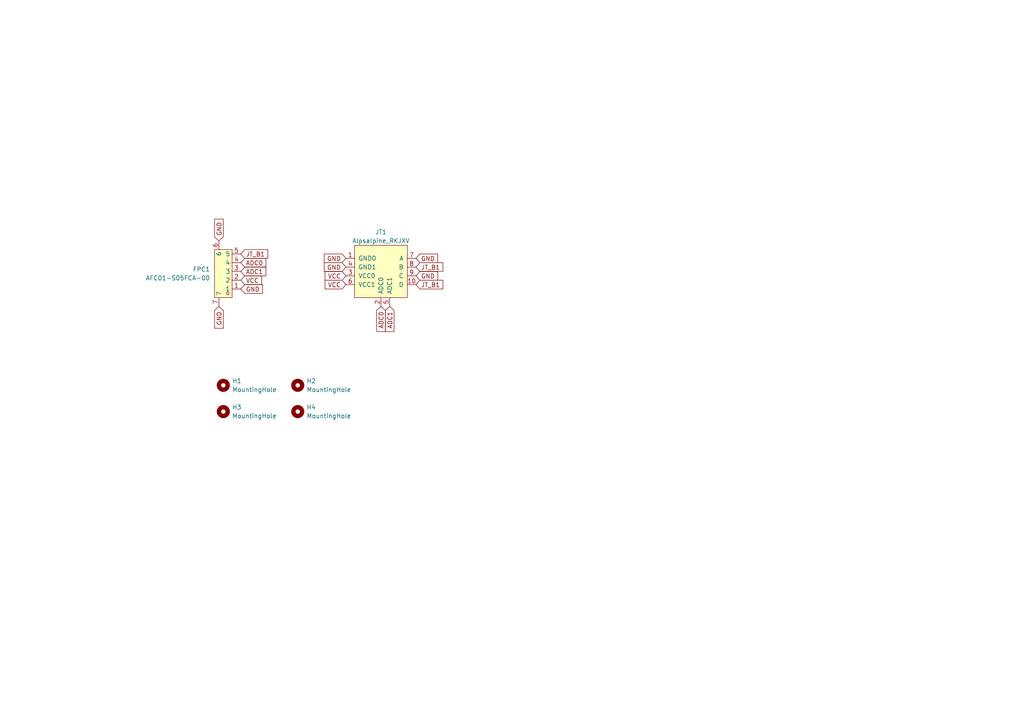
<source format=kicad_sch>
(kicad_sch (version 20250114) (generator "eeschema") (generator_version "9.0")
  (paper "A4")
  (lib_symbols
    (symbol "ErgoCai:AFC01-S05FCA-00"
      (property "Reference" "FPC" (at 0 15.24 0))
      (property "Value" "AFC01-S05FCA-00" (at 0 -13.97 0))
      (symbol "AFC01-S05FCA-00_0_1"
        (rectangle (start -1.27 7.62) (end 3.81 -6.35) (fill (type background)))
        (circle (center 0 6.35) (radius 0.38))
        (pin unspecified line (at -3.81 5.08 0) (length 2.54) (name "1") (number "1"))
        (pin unspecified line (at -3.81 2.54 0) (length 2.54) (name "2") (number "2"))
        (pin unspecified line (at -3.81 0 0) (length 2.54) (name "3") (number "3"))
        (pin unspecified line (at -3.81 -2.54 0) (length 2.54) (name "4") (number "4"))
        (pin unspecified line (at -3.81 -5.08 0) (length 2.54) (name "5") (number "5"))
        (pin unspecified line (at 2.54 10.16 270) (length 2.54) (name "7") (number "7"))
        (pin unspecified line (at 2.54 -8.89 90) (length 2.54) (name "6") (number "6"))
      )
    )
    (symbol "ILO_sym:Alpsalpine_RKJXV" (pin_names (offset 1.016))
      (property "Reference" "U" (at 0 11.43 0))
      (property "Value" "Alpsalpine_RKJXV" (at 0 8.89 0))
      (symbol "Alpsalpine_RKJXV_0_0"
        (rectangle (start -7.62 7.62) (end 7.62 -7.62) (fill (type background)))
      )
      (symbol "Alpsalpine_RKJXV_0_1"
        (polyline (pts (xy -10.16 1.27) (xy -10.16 1.27)))
        (polyline (pts (xy -8.89 -1.27) (xy -8.89 -1.27)))
      )
      (symbol "Alpsalpine_RKJXV_1_1"
        (pin input line (at -10.16 3.81 0) (length 2.54) (name "GND0") (number "1"))
        (pin input line (at -10.16 1.27 0) (length 2.54) (name "GND1") (number "4"))
        (pin input line (at -10.16 -1.27 0) (length 2.54) (name "VCC0") (number "3"))
        (pin input line (at -10.16 -3.81 0) (length 2.54) (name "VCC1") (number "6"))
        (pin output line (at 0 -10.16 90) (length 2.54) (name "ADC0") (number "2"))
        (pin output line (at 2.54 -10.16 90) (length 2.54) (name "ADC1") (number "5"))
        (pin input line (at 10.16 3.81 180) (length 2.54) (name "A") (number "7"))
        (pin input line (at 10.16 1.27 180) (length 2.54) (name "B") (number "8"))
        (pin input line (at 10.16 -1.27 180) (length 2.54) (name "C") (number "9"))
        (pin input line (at 10.16 -3.81 180) (length 2.54) (name "D") (number "10"))
      )
    )
    (symbol "Mechanical:MountingHole" (pin_names (offset 1.016)) (in_bom no)
      (property "Reference" "H" (at 0 5.08 0))
      (property "Value" "MountingHole" (at 0 3.175 0))
      (symbol "MountingHole_0_1"
        (circle (center 0 0) (radius 1.27) (stroke (width 1.27)))
      )
    )
  )
  (global_label "VCC" (shape input) (at 69.85 81.28 0) (property "Intersheetrefs" "${INTERSHEET_REFS}" (effects (hide yes))))
  (global_label "ADC1" (shape input) (at 113.03 88.9 270) (property "Intersheetrefs" "${INTERSHEET_REFS}" (effects (hide yes))))
  (global_label "GND" (shape input) (at 63.5 69.85 90) (property "Intersheetrefs" "${INTERSHEET_REFS}" (effects (hide yes))))
  (global_label "GND" (shape input) (at 69.85 83.82 0) (property "Intersheetrefs" "${INTERSHEET_REFS}" (effects (hide yes))))
  (global_label "ADC0" (shape input) (at 69.85 76.2 0) (property "Intersheetrefs" "${INTERSHEET_REFS}" (effects (hide yes))))
  (global_label "GND" (shape input) (at 120.65 74.93 0) (property "Intersheetrefs" "${INTERSHEET_REFS}" (effects (hide yes))))
  (global_label "VCC" (shape input) (at 100.33 80.01 180) (property "Intersheetrefs" "${INTERSHEET_REFS}" (effects (hide yes))))
  (global_label "JT_B1" (shape input) (at 69.85 73.66 0) (property "Intersheetrefs" "${INTERSHEET_REFS}" (effects (hide yes))))
  (global_label "VCC" (shape input) (at 100.33 82.55 180) (property "Intersheetrefs" "${INTERSHEET_REFS}" (effects (hide yes))))
  (global_label "ADC1" (shape input) (at 69.85 78.74 0) (property "Intersheetrefs" "${INTERSHEET_REFS}" (effects (hide yes))))
  (global_label "GND" (shape input) (at 120.65 80.01 0) (property "Intersheetrefs" "${INTERSHEET_REFS}" (effects (hide yes))))
  (global_label "GND" (shape input) (at 100.33 74.93 180) (property "Intersheetrefs" "${INTERSHEET_REFS}" (effects (hide yes))))
  (global_label "JT_B1" (shape input) (at 120.65 82.55 0) (property "Intersheetrefs" "${INTERSHEET_REFS}" (effects (hide yes))))
  (global_label "JT_B1" (shape input) (at 120.65 77.47 0) (property "Intersheetrefs" "${INTERSHEET_REFS}" (effects (hide yes))))
  (global_label "GND" (shape input) (at 63.5 88.9 270) (property "Intersheetrefs" "${INTERSHEET_REFS}" (effects (hide yes))))
  (global_label "ADC0" (shape input) (at 110.49 88.9 270) (property "Intersheetrefs" "${INTERSHEET_REFS}" (effects (hide yes))))
  (global_label "GND" (shape input) (at 100.33 77.47 180) (property "Intersheetrefs" "${INTERSHEET_REFS}" (effects (hide yes))))
  (symbol (lib_id "Mechanical:MountingHole") (at 64.77 111.76 0) (unit 1) (in_bom no)
    (property "Reference" "H1" (at 67.31 110.4899 0) (effects (justify left)))
    (property "Value" "MountingHole" (at 67.31 113.0299 0) (effects (justify left)))
    (property "Footprint" "MountingHole:MountingHole_2.2mm_M2_DIN965" (effects (hide yes)))
    (property "Description" "Mounting Hole without connection" (effects (hide yes)))
  )
  (symbol (lib_id "ILO_sym:Alpsalpine_RKJXV") (at 110.49 78.74 0) (unit 1)
    (property "Reference" "JT1" (at 110.49 67.31 0))
    (property "Value" "Alpsalpine_RKJXV" (at 110.49 69.85 0))
    (property "Footprint" "ErgoCai.pretty:Alpsalpine_RKJXV122400R" (effects (hide yes)))
    (property "Group" "Thumbstick" (effects (hide yes)))
    (property "LCSC" "C918854" (effects (hide yes)))
    (property "Mount" "TH" (effects (hide yes)))
    (property "Export" "yes" (effects (hide yes)))
  )
  (symbol (lib_id "Mechanical:MountingHole") (at 86.36 119.38 0) (unit 1) (in_bom no)
    (property "Reference" "H4" (at 88.9 118.1099 0) (effects (justify left)))
    (property "Value" "MountingHole" (at 88.9 120.6499 0) (effects (justify left)))
    (property "Footprint" "MountingHole:MountingHole_2.2mm_M2_DIN965" (effects (hide yes)))
    (property "Description" "Mounting Hole without connection" (effects (hide yes)))
  )
  (symbol (lib_id "Mechanical:MountingHole") (at 64.77 119.38 0) (unit 1) (in_bom no)
    (property "Reference" "H3" (at 67.31 118.1099 0) (effects (justify left)))
    (property "Value" "MountingHole" (at 67.31 120.6499 0) (effects (justify left)))
    (property "Footprint" "MountingHole:MountingHole_2.2mm_M2_DIN965" (effects (hide yes)))
    (property "Description" "Mounting Hole without connection" (effects (hide yes)))
  )
  (symbol (lib_id "ErgoCai:AFC01-S05FCA-00") (at 66.04 78.74 180) (unit 1)
    (property "Reference" "FPC1" (at 60.96 78.1049 0) (effects (justify left)))
    (property "Value" "AFC01-S05FCA-00" (at 60.96 80.6449 0) (effects (justify left)))
    (property "Footprint" "ErgoCai.pretty:FPC-SMD_AFC01-S05FCA-00" (effects (hide yes)))
    (property "Datasheet" "https://lcsc.com/product-detail/FFC-FPC-Connectors_JUSHUO-AFC01-S05FCA-00_C262654.html" (effects (hide yes)))
    (property "LCSC Part" "C262654" (effects (hide yes)))
  )
  (symbol (lib_id "Mechanical:MountingHole") (at 86.36 111.76 0) (unit 1) (in_bom no)
    (property "Reference" "H2" (at 88.9 110.4899 0) (effects (justify left)))
    (property "Value" "MountingHole" (at 88.9 113.0299 0) (effects (justify left)))
    (property "Footprint" "MountingHole:MountingHole_2.2mm_M2_DIN965" (effects (hide yes)))
    (property "Description" "Mounting Hole without connection" (effects (hide yes)))
  )
)
</source>
